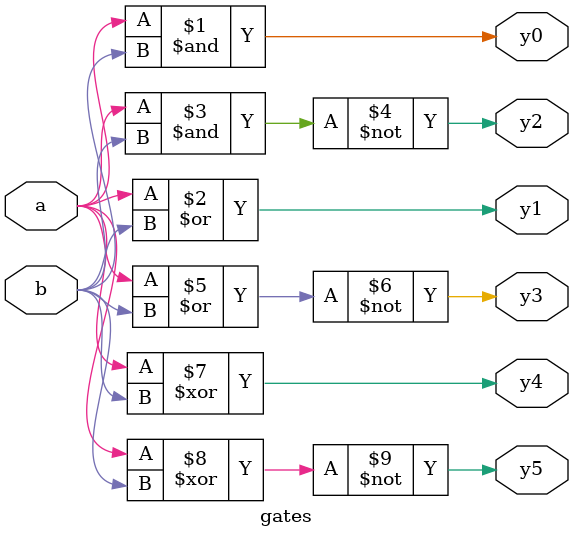
<source format=v>
`timescale 1ns / 1ps


module gates(
input a,b,
output y0,y1,y2,y3,y4,y5
    );
    assign y0=a&b;
    assign y1=a|b;
    assign y2=~(a&b);
    assign y3=~(a|b);
    xor G1(y4,a,b);
    xnor G2(y5,a,b);
endmodule

</source>
